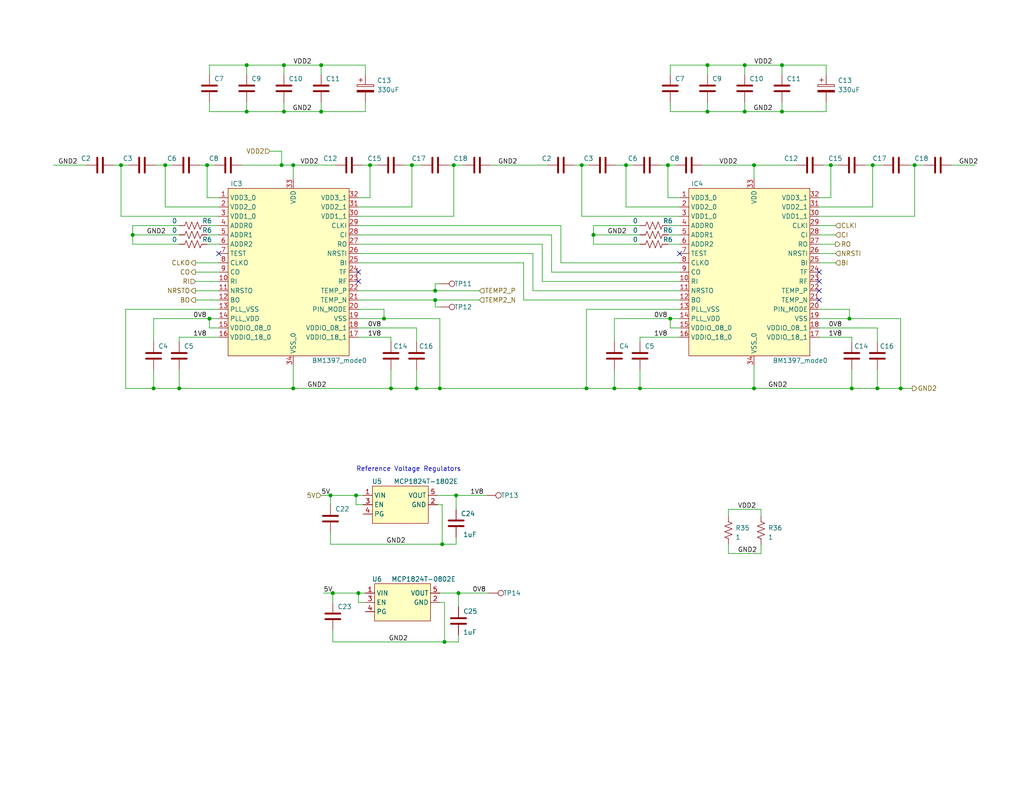
<source format=kicad_sch>
(kicad_sch (version 20230121) (generator eeschema)
  (paper "A")
  (lib_symbols
    (symbol "Bitaxe:BM1397_mode0"
      (property "Reference" "IC" (at -17.78 17.78 0))
      (property "Value" "BM1397_mode0" (at -17.78 -30.48 0))
      (symbol "BM1397_mode0_1_0"
        (pin bidirectional line (at -20.32 15.24 0) (length 2.54) (name "VDD3_0") (number "1"))
        (pin bidirectional line (at -20.32 -7.62 0) (length 2.54) (name "RI") (number "10"))
        (pin bidirectional line (at -20.32 -10.16 0) (length 2.54) (name "NRSTO") (number "11"))
        (pin bidirectional line (at -20.32 -12.7 0) (length 2.54) (name "BO") (number "12"))
        (pin bidirectional line (at -20.32 -15.24 0) (length 2.54) (name "PLL_VSS") (number "13"))
        (pin bidirectional line (at -20.32 -17.78 0) (length 2.54) (name "PLL_VDD") (number "14"))
        (pin bidirectional line (at -20.32 -20.32 0) (length 2.54) (name "VDDIO_08_0") (number "15"))
        (pin bidirectional line (at -20.32 -22.86 0) (length 2.54) (name "VDDIO_18_0") (number "16"))
        (pin bidirectional line (at 17.78 -22.86 180) (length 2.54) (name "VDDIO_18_1") (number "17"))
        (pin bidirectional line (at 17.78 -20.32 180) (length 2.54) (name "VDDIO_08_1") (number "18"))
        (pin bidirectional line (at 17.78 -17.78 180) (length 2.54) (name "VSS") (number "19"))
        (pin bidirectional line (at -20.32 12.7 0) (length 2.54) (name "VDD2_0") (number "2"))
        (pin bidirectional line (at 17.78 -15.24 180) (length 2.54) (name "PIN_MODE") (number "20"))
        (pin bidirectional line (at 17.78 -12.7 180) (length 2.54) (name "TEMP_N") (number "21"))
        (pin bidirectional line (at 17.78 -10.16 180) (length 2.54) (name "TEMP_P") (number "22"))
        (pin bidirectional line (at 17.78 -7.62 180) (length 2.54) (name "RF") (number "23"))
        (pin bidirectional line (at 17.78 -5.08 180) (length 2.54) (name "TF") (number "24"))
        (pin bidirectional line (at 17.78 -2.54 180) (length 2.54) (name "BI") (number "25"))
        (pin bidirectional line (at 17.78 0 180) (length 2.54) (name "NRSTI") (number "26"))
        (pin bidirectional line (at 17.78 2.54 180) (length 2.54) (name "RO") (number "27"))
        (pin bidirectional line (at 17.78 5.08 180) (length 2.54) (name "CI") (number "28"))
        (pin bidirectional line (at 17.78 7.62 180) (length 2.54) (name "CLKI") (number "29"))
        (pin bidirectional line (at -20.32 10.16 0) (length 2.54) (name "VDD1_0") (number "3"))
        (pin bidirectional line (at 17.78 10.16 180) (length 2.54) (name "VDD1_1") (number "30"))
        (pin bidirectional line (at 17.78 12.7 180) (length 2.54) (name "VDD2_1") (number "31"))
        (pin bidirectional line (at 17.78 15.24 180) (length 2.54) (name "VDD3_1") (number "32"))
        (pin bidirectional line (at 0 20.32 270) (length 2.54) (name "VDD") (number "33"))
        (pin bidirectional line (at 0 -30.48 90) (length 2.54) (name "VSS_0") (number "34"))
        (pin bidirectional line (at -20.32 7.62 0) (length 2.54) (name "ADDR0") (number "4"))
        (pin bidirectional line (at -20.32 5.08 0) (length 2.54) (name "ADDR1") (number "5"))
        (pin bidirectional line (at -20.32 2.54 0) (length 2.54) (name "ADDR2") (number "6"))
        (pin bidirectional line (at -20.32 0 0) (length 2.54) (name "TEST") (number "7"))
        (pin bidirectional line (at -20.32 -2.54 0) (length 2.54) (name "CLKO") (number "8"))
        (pin bidirectional line (at -20.32 -5.08 0) (length 2.54) (name "CO") (number "9"))
      )
      (symbol "BM1397_mode0_1_1"
        (rectangle (start -17.78 17.78) (end 15.24 -27.94) (stroke (width 0.1524)) (fill (type background)))
      )
    )
    (symbol "Connector:TestPoint" (pin_numbers hide) (pin_names (offset 0.762) hide)
      (property "Reference" "TP" (at 0 6.858 0))
      (property "Value" "TestPoint" (at 0 5.08 0))
      (symbol "TestPoint_0_1"
        (circle (center 0 3.302) (radius 0.762))
      )
      (symbol "TestPoint_1_1"
        (pin passive line (at 0 0 90) (length 2.54) (name "1") (number "1"))
      )
    )
    (symbol "Device:C" (pin_numbers hide) (pin_names (offset 0.254))
      (property "Reference" "C" (at 0.635 2.54 0))
      (property "Value" "C" (at 0.635 -2.54 0))
      (symbol "C_0_1"
        (polyline (pts (xy -2.032 -0.762) (xy 2.032 -0.762)) (stroke (width 0.508)))
        (polyline (pts (xy -2.032 0.762) (xy 2.032 0.762)) (stroke (width 0.508)))
      )
      (symbol "C_1_1"
        (pin passive line (at 0 3.81 270) (length 2.794) (name "~") (number "1"))
        (pin passive line (at 0 -3.81 90) (length 2.794) (name "~") (number "2"))
      )
    )
    (symbol "Device:C_Polarized" (pin_numbers hide) (pin_names (offset 0.254))
      (property "Reference" "C" (at 0.635 2.54 0))
      (property "Value" "C_Polarized" (at 0.635 -2.54 0))
      (symbol "C_Polarized_0_1"
        (rectangle (start -2.286 0.508) (end 2.286 1.016))
        (polyline (pts (xy -1.778 2.286) (xy -0.762 2.286)))
        (polyline (pts (xy -1.27 2.794) (xy -1.27 1.778)))
        (rectangle (start 2.286 -0.508) (end -2.286 -1.016) (fill (type outline)))
      )
      (symbol "C_Polarized_1_1"
        (pin passive line (at 0 3.81 270) (length 2.794) (name "~") (number "1"))
        (pin passive line (at 0 -3.81 90) (length 2.794) (name "~") (number "2"))
      )
    )
    (symbol "Device:R_US" (pin_numbers hide) (pin_names (offset 0))
      (property "Reference" "R" (at 2.54 0 90))
      (property "Value" "R_US" (at -2.54 0 90))
      (symbol "R_US_0_1"
        (polyline (pts (xy 0 -2.286) (xy 0 -2.54)))
        (polyline (pts (xy 0 2.286) (xy 0 2.54)))
        (polyline (pts (xy 0 -0.762) (xy 1.016 -1.143) (xy 0 -1.524) (xy -1.016 -1.905) (xy 0 -2.286)))
        (polyline (pts (xy 0 0.762) (xy 1.016 0.381) (xy 0 0) (xy -1.016 -0.381) (xy 0 -0.762)))
        (polyline (pts (xy 0 2.286) (xy 1.016 1.905) (xy 0 1.524) (xy -1.016 1.143) (xy 0 0.762)))
      )
      (symbol "R_US_1_1"
        (pin passive line (at 0 3.81 270) (length 1.27) (name "~") (number "1"))
        (pin passive line (at 0 -3.81 90) (length 1.27) (name "~") (number "2"))
      )
    )
    (symbol "MCP1824_1"
      (property "Reference" "U" (at -7.62 5.08 0))
      (property "Value" "MCP1824_1" (at 5.08 5.08 0))
      (symbol "MCP1824_1_0_1"
        (rectangle (start -7.62 3.81) (end 7.62 -6.35) (stroke (width 0.1524)) (fill (type background)))
      )
      (symbol "MCP1824_1_1_0"
        (pin bidirectional line (at -10.16 1.27 0) (length 2.54) (name "VIN") (number "1"))
        (pin bidirectional line (at 10.16 -1.27 180) (length 2.54) (name "GND") (number "2"))
        (pin bidirectional line (at -10.16 -1.27 0) (length 2.54) (name "EN") (number "3"))
        (pin bidirectional line (at -10.16 -3.81 0) (length 2.54) (name "PG") (number "4"))
        (pin bidirectional line (at 10.16 1.27 180) (length 2.54) (name "VOUT") (number "5"))
      )
    )
    (symbol "bitaxe:MCP1824"
      (property "Reference" "U" (at -7.62 5.08 0))
      (property "Value" "MCP1824" (at 5.08 5.08 0))
      (symbol "MCP1824_0_1"
        (rectangle (start -7.62 3.81) (end 7.62 -6.35) (stroke (width 0.1524)) (fill (type background)))
      )
      (symbol "MCP1824_1_0"
        (pin bidirectional line (at -10.16 1.27 0) (length 2.54) (name "VIN") (number "1"))
        (pin bidirectional line (at 10.16 -1.27 180) (length 2.54) (name "GND") (number "2"))
        (pin bidirectional line (at -10.16 -1.27 0) (length 2.54) (name "EN") (number "3"))
        (pin bidirectional line (at -10.16 -3.81 0) (length 2.54) (name "PG") (number "4"))
        (pin bidirectional line (at 10.16 1.27 180) (length 2.54) (name "VOUT") (number "5"))
      )
    )
  )
  (junction (at 76.835 45.085))
  (junction (at 193.04 30.48) (diameter 0.9144))
  (junction (at 90.17 135.255) (diameter 0.9144))
  (junction (at 205.74 106.045))
  (junction (at 161.925 64.135))
  (junction (at 41.91 106.045))
  (junction (at 113.665 106.045))
  (junction (at 120.015 106.045))
  (junction (at 123.825 45.085))
  (junction (at 170.815 45.085))
  (junction (at 90.805 161.925) (diameter 0.9144))
  (junction (at 118.745 79.375))
  (junction (at 48.895 106.045))
  (junction (at 120.65 148.59) (diameter 0.9144))
  (junction (at 158.75 45.085))
  (junction (at 238.125 45.085))
  (junction (at 160.02 106.045))
  (junction (at 57.15 86.995))
  (junction (at 36.195 64.135))
  (junction (at 87.63 17.78))
  (junction (at 203.2 17.78) (diameter 0.9144))
  (junction (at 45.085 45.085))
  (junction (at 56.515 45.085))
  (junction (at 87.63 30.48))
  (junction (at 33.02 45.085))
  (junction (at 213.36 30.48))
  (junction (at 100.965 45.085))
  (junction (at 97.79 161.925))
  (junction (at 167.64 106.045))
  (junction (at 249.555 45.085))
  (junction (at 231.775 86.995))
  (junction (at 80.01 45.085))
  (junction (at 67.31 30.48) (diameter 0.9144))
  (junction (at 97.155 135.255))
  (junction (at 205.74 45.085))
  (junction (at 125.095 161.925) (diameter 0.9144))
  (junction (at 239.395 106.045))
  (junction (at 124.46 135.255) (diameter 0.9144))
  (junction (at 245.745 106.045))
  (junction (at 193.04 17.78) (diameter 0.9144))
  (junction (at 182.245 45.085))
  (junction (at 67.31 17.78) (diameter 0.9144))
  (junction (at 106.68 106.045))
  (junction (at 121.285 175.26) (diameter 0.9144))
  (junction (at 232.41 106.045))
  (junction (at 104.775 86.995))
  (junction (at 80.01 106.045))
  (junction (at 203.2 30.48) (diameter 0.9144))
  (junction (at 77.47 30.48) (diameter 0.9144))
  (junction (at 174.625 106.045))
  (junction (at 118.745 81.915))
  (junction (at 213.36 17.78))
  (junction (at 226.695 45.085))
  (junction (at 112.395 45.085))
  (junction (at 77.47 17.78) (diameter 0.9144))
  (junction (at 182.88 86.995))
  (no_connect (at 223.52 74.295))
  (no_connect (at 59.69 69.215))
  (no_connect (at 185.42 69.215))
  (no_connect (at 223.52 81.915))
  (no_connect (at 223.52 76.835))
  (no_connect (at 97.79 74.295))
  (no_connect (at 97.79 76.835))
  (no_connect (at 223.52 79.375))
  (wire (pts (xy 77.47 20.32) (xy 77.47 17.78)))
  (wire (pts (xy 198.755 151.13) (xy 198.755 148.59)))
  (wire (pts (xy 223.52 56.515) (xy 238.125 56.515)))
  (wire (pts (xy 90.17 145.415) (xy 90.17 148.59)))
  (wire (pts (xy 97.79 66.675) (xy 147.955 66.675)))
  (wire (pts (xy 66.04 45.085) (xy 76.835 45.085)))
  (wire (pts (xy 120.015 77.47) (xy 118.745 77.47)))
  (wire (pts (xy 207.645 151.13) (xy 198.755 151.13)))
  (wire (pts (xy 123.825 45.085) (xy 126.365 45.085)))
  (wire (pts (xy 121.285 164.465) (xy 121.285 175.26)))
  (wire (pts (xy 125.095 175.26) (xy 121.285 175.26)))
  (wire (pts (xy 249.555 45.085) (xy 252.095 45.085)))
  (wire (pts (xy 170.815 56.515) (xy 170.815 45.085)))
  (wire (pts (xy 223.52 71.755) (xy 227.965 71.755)))
  (wire (pts (xy 67.31 30.48) (xy 77.47 30.48)))
  (wire (pts (xy 97.155 135.255) (xy 99.06 135.255)))
  (wire (pts (xy 77.47 27.94) (xy 77.47 30.48)))
  (wire (pts (xy 182.245 64.135) (xy 185.42 64.135)))
  (wire (pts (xy 245.745 86.995) (xy 231.775 86.995)))
  (wire (pts (xy 91.44 45.085) (xy 80.01 45.085)))
  (wire (pts (xy 77.47 17.78) (xy 87.63 17.78)))
  (wire (pts (xy 238.125 56.515) (xy 238.125 45.085)))
  (wire (pts (xy 213.36 30.48) (xy 225.425 30.48)))
  (wire (pts (xy 41.91 100.965) (xy 41.91 106.045)))
  (wire (pts (xy 87.63 135.255) (xy 90.17 135.255)))
  (wire (pts (xy 124.46 135.255) (xy 124.46 139.065)))
  (wire (pts (xy 231.775 84.455) (xy 231.775 86.995)))
  (wire (pts (xy 223.52 92.075) (xy 232.41 92.075)))
  (wire (pts (xy 223.52 69.215) (xy 227.965 69.215)))
  (wire (pts (xy 120.015 106.045) (xy 160.02 106.045)))
  (wire (pts (xy 119.38 135.255) (xy 124.46 135.255)))
  (wire (pts (xy 87.63 30.48) (xy 99.695 30.48)))
  (wire (pts (xy 121.285 175.26) (xy 90.805 175.26)))
  (wire (pts (xy 118.745 83.82) (xy 118.745 81.915)))
  (wire (pts (xy 193.04 30.48) (xy 203.2 30.48)))
  (wire (pts (xy 223.52 89.535) (xy 239.395 89.535)))
  (wire (pts (xy 53.34 71.755) (xy 59.69 71.755)))
  (wire (pts (xy 238.125 45.085) (xy 240.665 45.085)))
  (wire (pts (xy 167.64 106.045) (xy 174.625 106.045)))
  (wire (pts (xy 232.41 92.075) (xy 232.41 93.345)))
  (wire (pts (xy 48.895 100.965) (xy 48.895 106.045)))
  (wire (pts (xy 97.79 71.755) (xy 142.875 71.755)))
  (wire (pts (xy 80.01 106.045) (xy 80.01 99.695)))
  (wire (pts (xy 45.085 45.085) (xy 46.99 45.085)))
  (wire (pts (xy 160.02 106.045) (xy 167.64 106.045)))
  (wire (pts (xy 42.545 45.085) (xy 45.085 45.085)))
  (wire (pts (xy 124.46 148.59) (xy 120.65 148.59)))
  (wire (pts (xy 182.245 45.085) (xy 184.15 45.085)))
  (wire (pts (xy 113.665 100.965) (xy 113.665 106.045)))
  (wire (pts (xy 100.965 45.085) (xy 102.87 45.085)))
  (wire (pts (xy 54.61 45.085) (xy 56.515 45.085)))
  (wire (pts (xy 56.515 45.085) (xy 56.515 53.975)))
  (wire (pts (xy 97.79 59.055) (xy 123.825 59.055)))
  (wire (pts (xy 223.52 84.455) (xy 231.775 84.455)))
  (wire (pts (xy 223.52 66.675) (xy 227.965 66.675)))
  (wire (pts (xy 249.555 59.055) (xy 249.555 45.085)))
  (wire (pts (xy 231.775 86.995) (xy 223.52 86.995)))
  (wire (pts (xy 99.695 27.94) (xy 99.695 30.48)))
  (wire (pts (xy 213.36 17.78) (xy 225.425 17.78)))
  (wire (pts (xy 14.605 45.085) (xy 23.495 45.085)))
  (wire (pts (xy 112.395 45.085) (xy 114.935 45.085)))
  (wire (pts (xy 223.52 53.975) (xy 226.695 53.975)))
  (wire (pts (xy 97.155 137.795) (xy 97.155 135.255)))
  (wire (pts (xy 167.64 93.345) (xy 167.64 86.995)))
  (wire (pts (xy 207.645 148.59) (xy 207.645 151.13)))
  (wire (pts (xy 182.88 27.94) (xy 182.88 30.48)))
  (wire (pts (xy 59.69 53.975) (xy 56.515 53.975)))
  (wire (pts (xy 160.02 84.455) (xy 160.02 106.045)))
  (wire (pts (xy 158.75 45.085) (xy 160.655 45.085)))
  (wire (pts (xy 97.79 164.465) (xy 99.695 164.465)))
  (wire (pts (xy 191.77 45.085) (xy 205.74 45.085)))
  (wire (pts (xy 147.955 76.835) (xy 147.955 66.675)))
  (wire (pts (xy 213.36 27.94) (xy 213.36 30.48)))
  (wire (pts (xy 182.88 86.995) (xy 185.42 86.995)))
  (wire (pts (xy 97.155 137.795) (xy 99.06 137.795)))
  (wire (pts (xy 205.74 106.045) (xy 205.74 99.695)))
  (wire (pts (xy 87.63 27.94) (xy 87.63 30.48)))
  (wire (pts (xy 67.31 17.78) (xy 77.47 17.78)))
  (wire (pts (xy 110.49 45.085) (xy 112.395 45.085)))
  (wire (pts (xy 207.645 139.065) (xy 207.645 140.97)))
  (wire (pts (xy 67.31 27.94) (xy 67.31 30.48)))
  (wire (pts (xy 53.34 79.375) (xy 59.69 79.375)))
  (wire (pts (xy 124.46 146.685) (xy 124.46 148.59)))
  (wire (pts (xy 36.195 64.135) (xy 36.195 66.675)))
  (wire (pts (xy 161.925 66.675) (xy 174.625 66.675)))
  (wire (pts (xy 120.015 106.045) (xy 120.015 86.995)))
  (wire (pts (xy 99.695 20.32) (xy 99.695 17.78)))
  (wire (pts (xy 245.745 106.045) (xy 248.92 106.045)))
  (wire (pts (xy 112.395 56.515) (xy 112.395 45.085)))
  (wire (pts (xy 100.965 53.975) (xy 100.965 45.085)))
  (wire (pts (xy 180.34 45.085) (xy 182.245 45.085)))
  (wire (pts (xy 185.42 79.375) (xy 145.415 79.375)))
  (wire (pts (xy 67.31 20.32) (xy 67.31 17.78)))
  (wire (pts (xy 113.665 89.535) (xy 113.665 93.345)))
  (wire (pts (xy 225.425 20.32) (xy 225.425 17.78)))
  (wire (pts (xy 36.195 66.675) (xy 48.895 66.675)))
  (wire (pts (xy 57.15 27.94) (xy 57.15 30.48)))
  (wire (pts (xy 174.625 61.595) (xy 161.925 61.595)))
  (wire (pts (xy 185.42 56.515) (xy 170.815 56.515)))
  (wire (pts (xy 45.085 56.515) (xy 45.085 45.085)))
  (wire (pts (xy 122.555 45.085) (xy 123.825 45.085)))
  (wire (pts (xy 53.34 74.295) (xy 59.69 74.295)))
  (wire (pts (xy 118.745 79.375) (xy 130.81 79.375)))
  (wire (pts (xy 41.91 106.045) (xy 48.895 106.045)))
  (wire (pts (xy 223.52 64.135) (xy 227.965 64.135)))
  (wire (pts (xy 97.79 164.465) (xy 97.79 161.925)))
  (wire (pts (xy 158.75 59.055) (xy 158.75 45.085)))
  (wire (pts (xy 48.895 93.345) (xy 48.895 92.075)))
  (wire (pts (xy 182.245 45.085) (xy 182.245 53.975)))
  (wire (pts (xy 133.985 45.085) (xy 149.225 45.085)))
  (wire (pts (xy 182.245 61.595) (xy 185.42 61.595)))
  (wire (pts (xy 99.06 45.085) (xy 100.965 45.085)))
  (wire (pts (xy 97.79 56.515) (xy 112.395 56.515)))
  (wire (pts (xy 90.17 148.59) (xy 120.65 148.59)))
  (wire (pts (xy 142.875 81.915) (xy 185.42 81.915)))
  (wire (pts (xy 34.29 84.455) (xy 34.29 106.045)))
  (wire (pts (xy 48.895 106.045) (xy 80.01 106.045)))
  (wire (pts (xy 67.31 30.48) (xy 57.15 30.48)))
  (wire (pts (xy 193.04 27.94) (xy 193.04 30.48)))
  (wire (pts (xy 239.395 100.965) (xy 239.395 106.045)))
  (wire (pts (xy 120.65 137.795) (xy 119.38 137.795)))
  (wire (pts (xy 223.52 59.055) (xy 249.555 59.055)))
  (wire (pts (xy 97.79 53.975) (xy 100.965 53.975)))
  (wire (pts (xy 36.195 64.135) (xy 48.895 64.135)))
  (wire (pts (xy 41.91 93.345) (xy 41.91 86.995)))
  (wire (pts (xy 56.515 64.135) (xy 59.69 64.135)))
  (wire (pts (xy 203.2 20.32) (xy 203.2 17.78)))
  (wire (pts (xy 182.88 17.78) (xy 193.04 17.78)))
  (wire (pts (xy 203.2 17.78) (xy 213.36 17.78)))
  (wire (pts (xy 170.815 45.085) (xy 172.72 45.085)))
  (wire (pts (xy 104.775 84.455) (xy 104.775 86.995)))
  (wire (pts (xy 87.63 30.48) (xy 77.47 30.48)))
  (wire (pts (xy 90.17 135.255) (xy 97.155 135.255)))
  (wire (pts (xy 90.17 135.255) (xy 90.17 137.795)))
  (wire (pts (xy 87.63 20.32) (xy 87.63 17.78)))
  (wire (pts (xy 73.66 41.275) (xy 76.835 41.275)))
  (wire (pts (xy 185.42 89.535) (xy 182.88 89.535)))
  (wire (pts (xy 33.02 45.085) (xy 34.925 45.085)))
  (wire (pts (xy 232.41 100.965) (xy 232.41 106.045)))
  (wire (pts (xy 161.925 64.135) (xy 161.925 66.675)))
  (wire (pts (xy 48.895 61.595) (xy 36.195 61.595)))
  (wire (pts (xy 57.15 86.995) (xy 59.69 86.995)))
  (wire (pts (xy 97.79 64.135) (xy 150.495 64.135)))
  (wire (pts (xy 150.495 74.295) (xy 150.495 64.135)))
  (wire (pts (xy 123.825 59.055) (xy 123.825 45.085)))
  (wire (pts (xy 182.88 20.32) (xy 182.88 17.78)))
  (wire (pts (xy 56.515 45.085) (xy 58.42 45.085)))
  (wire (pts (xy 120.65 137.795) (xy 120.65 148.59)))
  (wire (pts (xy 239.395 106.045) (xy 245.745 106.045)))
  (wire (pts (xy 174.625 93.345) (xy 174.625 92.075)))
  (wire (pts (xy 193.04 20.32) (xy 193.04 17.78)))
  (wire (pts (xy 174.625 100.965) (xy 174.625 106.045)))
  (wire (pts (xy 124.46 135.255) (xy 132.715 135.255)))
  (wire (pts (xy 168.275 45.085) (xy 170.815 45.085)))
  (wire (pts (xy 213.36 20.32) (xy 213.36 17.78)))
  (wire (pts (xy 90.805 161.925) (xy 90.805 164.465)))
  (wire (pts (xy 97.79 81.915) (xy 118.745 81.915)))
  (wire (pts (xy 34.29 84.455) (xy 59.69 84.455)))
  (wire (pts (xy 80.01 106.045) (xy 106.68 106.045)))
  (wire (pts (xy 185.42 71.755) (xy 153.035 71.755)))
  (wire (pts (xy 48.895 92.075) (xy 59.69 92.075)))
  (wire (pts (xy 41.91 86.995) (xy 57.15 86.995)))
  (wire (pts (xy 57.15 20.32) (xy 57.15 17.78)))
  (wire (pts (xy 185.42 76.835) (xy 147.955 76.835)))
  (wire (pts (xy 76.835 45.085) (xy 80.01 45.085)))
  (wire (pts (xy 118.745 81.915) (xy 130.81 81.915)))
  (wire (pts (xy 34.29 106.045) (xy 41.91 106.045)))
  (wire (pts (xy 193.04 17.78) (xy 203.2 17.78)))
  (wire (pts (xy 59.69 56.515) (xy 45.085 56.515)))
  (wire (pts (xy 57.15 89.535) (xy 57.15 86.995)))
  (wire (pts (xy 224.79 45.085) (xy 226.695 45.085)))
  (wire (pts (xy 56.515 66.675) (xy 59.69 66.675)))
  (wire (pts (xy 236.22 45.085) (xy 238.125 45.085)))
  (wire (pts (xy 232.41 106.045) (xy 239.395 106.045)))
  (wire (pts (xy 59.69 89.535) (xy 57.15 89.535)))
  (wire (pts (xy 161.925 64.135) (xy 174.625 64.135)))
  (wire (pts (xy 205.74 45.085) (xy 205.74 48.895)))
  (wire (pts (xy 104.775 86.995) (xy 97.79 86.995)))
  (wire (pts (xy 217.17 45.085) (xy 205.74 45.085)))
  (wire (pts (xy 106.68 92.075) (xy 106.68 93.345)))
  (wire (pts (xy 120.015 83.82) (xy 118.745 83.82)))
  (wire (pts (xy 198.755 139.065) (xy 207.645 139.065)))
  (wire (pts (xy 185.42 59.055) (xy 158.75 59.055)))
  (wire (pts (xy 88.265 161.925) (xy 90.805 161.925)))
  (wire (pts (xy 193.04 30.48) (xy 182.88 30.48)))
  (wire (pts (xy 213.36 30.48) (xy 203.2 30.48)))
  (wire (pts (xy 145.415 79.375) (xy 145.415 69.215)))
  (wire (pts (xy 182.88 89.535) (xy 182.88 86.995)))
  (wire (pts (xy 97.79 69.215) (xy 145.415 69.215)))
  (wire (pts (xy 248.285 45.085) (xy 249.555 45.085)))
  (wire (pts (xy 125.095 161.925) (xy 133.35 161.925)))
  (wire (pts (xy 106.68 106.045) (xy 113.665 106.045)))
  (wire (pts (xy 97.79 89.535) (xy 113.665 89.535)))
  (wire (pts (xy 59.69 59.055) (xy 33.02 59.055)))
  (wire (pts (xy 53.34 81.915) (xy 59.69 81.915)))
  (wire (pts (xy 80.01 45.085) (xy 80.01 48.895)))
  (wire (pts (xy 167.64 100.965) (xy 167.64 106.045)))
  (wire (pts (xy 174.625 92.075) (xy 185.42 92.075)))
  (wire (pts (xy 226.695 53.975) (xy 226.695 45.085)))
  (wire (pts (xy 203.2 27.94) (xy 203.2 30.48)))
  (wire (pts (xy 90.805 172.085) (xy 90.805 175.26)))
  (wire (pts (xy 97.79 161.925) (xy 99.695 161.925)))
  (wire (pts (xy 97.79 61.595) (xy 153.035 61.595)))
  (wire (pts (xy 185.42 74.295) (xy 150.495 74.295)))
  (wire (pts (xy 125.095 161.925) (xy 125.095 165.735)))
  (wire (pts (xy 153.035 71.755) (xy 153.035 61.595)))
  (wire (pts (xy 205.74 106.045) (xy 232.41 106.045)))
  (wire (pts (xy 160.02 84.455) (xy 185.42 84.455)))
  (wire (pts (xy 56.515 61.595) (xy 59.69 61.595)))
  (wire (pts (xy 97.79 92.075) (xy 106.68 92.075)))
  (wire (pts (xy 113.665 106.045) (xy 120.015 106.045)))
  (wire (pts (xy 121.285 164.465) (xy 120.015 164.465)))
  (wire (pts (xy 259.715 45.085) (xy 266.065 45.085)))
  (wire (pts (xy 174.625 106.045) (xy 205.74 106.045)))
  (wire (pts (xy 106.68 100.965) (xy 106.68 106.045)))
  (wire (pts (xy 87.63 17.78) (xy 99.695 17.78)))
  (wire (pts (xy 97.79 79.375) (xy 118.745 79.375)))
  (wire (pts (xy 156.845 45.085) (xy 158.75 45.085)))
  (wire (pts (xy 142.875 81.915) (xy 142.875 71.755)))
  (wire (pts (xy 57.15 17.78) (xy 67.31 17.78)))
  (wire (pts (xy 118.745 77.47) (xy 118.745 79.375)))
  (wire (pts (xy 198.755 140.97) (xy 198.755 139.065)))
  (wire (pts (xy 125.095 173.355) (xy 125.095 175.26)))
  (wire (pts (xy 161.925 61.595) (xy 161.925 64.135)))
  (wire (pts (xy 31.115 45.085) (xy 33.02 45.085)))
  (wire (pts (xy 245.745 106.045) (xy 245.745 86.995)))
  (wire (pts (xy 185.42 53.975) (xy 182.245 53.975)))
  (wire (pts (xy 226.695 45.085) (xy 228.6 45.085)))
  (wire (pts (xy 239.395 89.535) (xy 239.395 93.345)))
  (wire (pts (xy 120.015 86.995) (xy 104.775 86.995)))
  (wire (pts (xy 90.805 161.925) (xy 97.79 161.925)))
  (wire (pts (xy 167.64 86.995) (xy 182.88 86.995)))
  (wire (pts (xy 53.34 76.835) (xy 59.69 76.835)))
  (wire (pts (xy 33.02 59.055) (xy 33.02 45.085)))
  (wire (pts (xy 97.79 84.455) (xy 104.775 84.455)))
  (wire (pts (xy 36.195 61.595) (xy 36.195 64.135)))
  (wire (pts (xy 223.52 61.595) (xy 227.965 61.595)))
  (wire (pts (xy 76.835 41.275) (xy 76.835 45.085)))
  (wire (pts (xy 120.015 161.925) (xy 125.095 161.925)))
  (wire (pts (xy 225.425 27.94) (xy 225.425 30.48)))
  (wire (pts (xy 182.245 66.675) (xy 185.42 66.675)))
  (text "Reference Voltage Regulators" (at 97.155 128.905 0) (effects (font (size 1.27 1.27)) (justify left bottom)))
  (label "GND2" (at 135.89 45.085 0))
  (label "1V8" (at 178.435 92.075 0))
  (label "5V" (at 88.265 161.925 0))
  (label "VDD2" (at 80.01 17.78 0))
  (label "0V8" (at 100.33 89.535 0))
  (label "1V8" (at 52.705 92.075 0))
  (label "GND2" (at 15.875 45.085 0))
  (label "GND2" (at 83.82 106.045 0))
  (label "GND2" (at 261.62 45.085 0))
  (label "VDD2" (at 205.74 17.78 0))
  (label "0V8" (at 226.06 89.535 0))
  (label "GND2" (at 105.41 148.59 0))
  (label "0V8" (at 52.705 86.995 0))
  (label "0V8" (at 128.905 161.925 0))
  (label "GND2" (at 209.55 106.045 0))
  (label "GND2" (at 165.735 64.135 0))
  (label "1V8" (at 128.27 135.255 0))
  (label "GND2" (at 40.005 64.135 0))
  (label "VDD2" (at 196.215 45.085 0))
  (label "0V8" (at 178.435 86.995 0))
  (label "5V" (at 87.63 135.255 0))
  (label "1V8" (at 226.06 92.075 0))
  (label "VDD2" (at 201.295 139.065 0))
  (label "GND2" (at 201.295 151.13 0))
  (label "GND2" (at 106.045 175.26 0))
  (label "1V8" (at 100.33 92.075 0))
  (label "VDD2" (at 81.915 45.085 0))
  (label "GND2" (at 85.09 30.48 180))
  (label "GND2" (at 210.82 30.48 180))
  (hierarchical_label "5V" (shape input) (at 87.63 135.255 180))
  (hierarchical_label "CLKI" (shape input) (at 227.965 61.595 0))
  (hierarchical_label "VDD2" (shape input) (at 73.66 41.275 180))
  (hierarchical_label "RI" (shape input) (at 53.34 76.835 180))
  (hierarchical_label "GND2" (shape output) (at 248.92 106.045 0))
  (hierarchical_label "CLKO" (shape output) (at 53.34 71.755 180))
  (hierarchical_label "RO" (shape output) (at 227.965 66.675 0))
  (hierarchical_label "NRSTI" (shape input) (at 227.965 69.215 0))
  (hierarchical_label "TEMP2_P" (shape input) (at 130.81 79.375 0))
  (hierarchical_label "CO" (shape output) (at 53.34 74.295 180))
  (hierarchical_label "TEMP2_N" (shape input) (at 130.81 81.915 0))
  (hierarchical_label "NRSTO" (shape output) (at 53.34 79.375 180))
  (hierarchical_label "CI" (shape input) (at 227.965 64.135 0))
  (hierarchical_label "BI" (shape input) (at 227.965 71.755 0))
  (hierarchical_label "BO" (shape output) (at 53.34 81.915 180))
  (symbol (lib_id "Device:R_US") (at 52.705 66.675 90) (unit 1)
    (property "Reference" "R6" (at 56.515 65.405 90))
    (property "Value" "0" (at 47.625 65.405 90))
    (property "Footprint" "Resistor_SMD:R_0402_1005Metric" (effects hide))
  )
  (symbol (lib_id "Connector:TestPoint") (at 132.715 135.255 270) (mirror x) (unit 1) (in_bom no)
    (property "Reference" "TP13" (at 139.065 135.255 90))
    (property "Value" "TestPoint" (effects hide))
    (property "Footprint" "TestPoint:TestPoint_Pad_D1.5mm" (effects hide))
  )
  (symbol (lib_id "Device:C") (at 176.53 45.085 90) (unit 1)
    (property "Reference" "C6" (at 173.99 42.545 90) (effects (justify left bottom)))
    (property "Value" "1uF" (at 175.26 45.72 90) (effects (justify left bottom)))
    (property "Footprint" "Capacitor_SMD:C_0402_1005Metric" (effects hide))
    (property "Value" "587-5514-1-ND" (effects hide))
    (property "DK" "587-5514-1-ND" (effects hide))
    (property "PARTNO" "EMK105BJ105MV-F" (effects hide))
  )
  (symbol (lib_id "Device:C") (at 174.625 97.155 0) (unit 1)
    (property "Reference" "C5" (at 175.895 95.25 0) (effects (justify left bottom)))
    (property "Value" "1uF" (at 175.895 100.965 0) (effects (justify left bottom)))
    (property "Footprint" "Capacitor_SMD:C_0402_1005Metric" (effects hide))
    (property "Value" "587-5514-1-ND" (effects hide))
    (property "DK" "587-5514-1-ND" (effects hide))
    (property "PARTNO" "EMK105BJ105MV-F" (effects hide))
  )
  (symbol (lib_id "Device:C") (at 50.8 45.085 90) (unit 1)
    (property "Reference" "C6" (at 48.26 42.545 90) (effects (justify left bottom)))
    (property "Value" "1uF" (at 49.53 45.72 90) (effects (justify left bottom)))
    (property "Footprint" "Capacitor_SMD:C_0402_1005Metric" (effects hide))
    (property "Value" "587-5514-1-ND" (effects hide))
    (property "DK" "587-5514-1-ND" (effects hide))
    (property "PARTNO" "EMK105BJ105MV-F" (effects hide))
  )
  (symbol (lib_id "Device:C_Polarized") (at 225.425 24.13 0) (unit 1)
    (property "Reference" "C13" (at 228.6 21.9709 0) (effects (justify left)))
    (property "Value" "330uF" (at 228.6 24.5109 0) (effects (justify left)))
    (property "Footprint" "Capacitor_Tantalum_SMD:CP_EIA-7343-31_Kemet-D_Pad2.25x2.55mm_HandSolder" (effects hide))
    (property "DK" "718-1028-1-ND" (effects hide))
    (property "PARTNO" "293D337X9010E2TE3" (effects hide))
  )
  (symbol (lib_id "Device:C") (at 90.17 141.605 0) (unit 1)
    (property "Reference" "C22" (at 91.44 139.7 0) (effects (justify left bottom)))
    (property "Value" "0.1uF" (at 91.44 145.415 0) (effects (justify left bottom)))
    (property "Footprint" "Capacitor_SMD:C_0402_1005Metric" (effects hide))
    (property "Value" "311-3342-1-ND" (effects hide))
    (property "DK" "1292-1639-1-ND" (effects hide))
    (property "PARTNO" "0402X104K100CT" (effects hide))
  )
  (symbol (lib_id "Device:C_Polarized") (at 99.695 24.13 0) (unit 1)
    (property "Reference" "C13" (at 102.87 21.9709 0) (effects (justify left)))
    (property "Value" "330uF" (at 102.87 24.5109 0) (effects (justify left)))
    (property "Footprint" "Capacitor_Tantalum_SMD:CP_EIA-7343-31_Kemet-D_Pad2.25x2.55mm_HandSolder" (effects hide))
    (property "DK" "718-1028-1-ND" (effects hide))
    (property "PARTNO" "293D337X9010E2TE3" (effects hide))
  )
  (symbol (lib_id "bitaxe:MCP1824") (at 109.22 136.525 0) (unit 1)
    (property "Reference" "U5" (at 102.87 131.445 0))
    (property "Value" "MCP1824T-1802E" (at 116.205 131.445 0))
    (property "Footprint" "Package_TO_SOT_SMD:SOT-23-5" (effects hide))
    (property "Datasheet" "https://ww1.microchip.com/downloads/en/DeviceDoc/22070a.pdf" (effects hide))
    (property "PARTNO" "MCP1824T-1802E/OT" (effects hide))
    (property "DK" "MCP1824T-1802E/OTCT-ND" (effects hide))
  )
  (symbol (lib_id "Connector:TestPoint") (at 120.015 77.47 270) (mirror x) (unit 1)
    (property "Reference" "TP11" (at 126.365 77.47 90))
    (property "Value" "TestPoint" (effects hide))
    (property "Footprint" "TestPoint:TestPoint_Pad_D1.5mm" (effects hide))
    (property "DNP" "T" (effects hide))
  )
  (symbol (lib_id "Device:C") (at 193.04 24.13 0) (unit 1)
    (property "Reference" "C9" (at 194.31 22.225 0) (effects (justify left bottom)))
    (property "Value" "0.1uF" (at 194.31 27.305 0) (effects (justify left bottom)))
    (property "Footprint" "Capacitor_SMD:C_0402_1005Metric" (effects hide))
    (property "Value" "311-3342-1-ND" (effects hide))
    (property "DK" "1292-1639-1-ND" (effects hide))
    (property "PARTNO" "0402X104K100CT" (effects hide))
  )
  (symbol (lib_id "Device:C") (at 62.23 45.085 90) (unit 1)
    (property "Reference" "C8" (at 59.69 42.545 90) (effects (justify left bottom)))
    (property "Value" "1uF" (at 60.96 45.72 90) (effects (justify left bottom)))
    (property "Footprint" "Capacitor_SMD:C_0402_1005Metric" (effects hide))
    (property "Value" "587-5514-1-ND" (effects hide))
    (property "DK" "587-5514-1-ND" (effects hide))
    (property "PARTNO" "EMK105BJ105MV-F" (effects hide))
  )
  (symbol (lib_id "Device:R_US") (at 178.435 61.595 90) (unit 1)
    (property "Reference" "R6" (at 182.245 60.325 90))
    (property "Value" "0" (at 173.355 60.325 90))
    (property "Footprint" "Resistor_SMD:R_0402_1005Metric" (effects hide))
  )
  (symbol (lib_id "Device:C") (at 182.88 24.13 0) (unit 1)
    (property "Reference" "C7" (at 184.15 22.225 0) (effects (justify left bottom)))
    (property "Value" "0.1uF" (at 184.15 27.305 0) (effects (justify left bottom)))
    (property "Footprint" "Capacitor_SMD:C_0402_1005Metric" (effects hide))
    (property "Value" "311-3342-1-ND" (effects hide))
    (property "DK" "1292-1639-1-ND" (effects hide))
    (property "PARTNO" "0402X104K100CT" (effects hide))
  )
  (symbol (lib_id "Device:C") (at 90.805 168.275 0) (unit 1)
    (property "Reference" "C23" (at 92.075 166.37 0) (effects (justify left bottom)))
    (property "Value" "0.1uF" (at 92.075 172.085 0) (effects (justify left bottom)))
    (property "Footprint" "Capacitor_SMD:C_0402_1005Metric" (effects hide))
    (property "Value" "311-3342-1-ND" (effects hide))
    (property "DK" "1292-1639-1-ND" (effects hide))
    (property "PARTNO" "0402X104K100CT" (effects hide))
  )
  (symbol (lib_id "Device:C") (at 113.665 97.155 0) (unit 1)
    (property "Reference" "C16" (at 114.3 95.25 0) (effects (justify left bottom)))
    (property "Value" "1uF" (at 114.935 100.965 0) (effects (justify left bottom)))
    (property "Footprint" "Capacitor_SMD:C_0402_1005Metric" (effects hide))
    (property "Value" "587-5514-1-ND" (effects hide))
    (property "DK" "587-5514-1-ND" (effects hide))
    (property "PARTNO" "EMK105BJ105MV-F" (effects hide))
  )
  (symbol (lib_id "Bitaxe:BM1397_mode0") (at 205.74 69.215 0) (unit 1)
    (property "Reference" "IC4" (at 188.595 50.165 0) (effects (justify left)))
    (property "Value" "BM1397_mode0" (at 210.82 98.425 0) (effects (justify left)))
    (property "Footprint" "bitaxe:BM1397" (effects hide))
  )
  (symbol (lib_id "Device:C") (at 213.36 24.13 0) (unit 1)
    (property "Reference" "C11" (at 214.63 22.225 0) (effects (justify left bottom)))
    (property "Value" "1uF" (at 214.63 27.305 0) (effects (justify left bottom)))
    (property "Footprint" "Capacitor_SMD:C_0402_1005Metric" (effects hide))
    (property "Value" "587-5514-1-ND" (effects hide))
    (property "DK" "587-5514-1-ND" (effects hide))
    (property "PARTNO" "EMK105BJ105MV-F" (effects hide))
  )
  (symbol (lib_id "Device:C") (at 164.465 45.085 90) (unit 1)
    (property "Reference" "C3" (at 161.925 42.545 90) (effects (justify left bottom)))
    (property "Value" "1uF" (at 163.195 45.72 90) (effects (justify left bottom)))
    (property "Footprint" "Capacitor_SMD:C_0402_1005Metric" (effects hide))
    (property "Value" "587-5514-1-ND" (effects hide))
    (property "DK" "587-5514-1-ND" (effects hide))
    (property "PARTNO" "EMK105BJ105MV-F" (effects hide))
  )
  (symbol (lib_id "Connector:TestPoint") (at 120.015 83.82 270) (mirror x) (unit 1)
    (property "Reference" "TP12" (at 126.365 83.82 90))
    (property "Value" "TestPoint" (effects hide))
    (property "Footprint" "TestPoint:TestPoint_Pad_D1.5mm" (effects hide))
    (property "DNP" "T" (effects hide))
  )
  (symbol (lib_id "Device:C") (at 27.305 45.085 90) (unit 1)
    (property "Reference" "C2" (at 24.765 42.545 90) (effects (justify left bottom)))
    (property "Value" "1uF" (at 26.035 45.72 90) (effects (justify left bottom)))
    (property "Footprint" "Capacitor_SMD:C_0402_1005Metric" (effects hide))
    (property "Value" "587-5514-1-ND" (effects hide))
    (property "DK" "587-5514-1-ND" (effects hide))
    (property "PARTNO" "EMK105BJ105MV-F" (effects hide))
  )
  (symbol (lib_name "MCP1824_1") (lib_id "bitaxe:MCP1824") (at 109.855 163.195 0) (unit 1)
    (property "Reference" "U6" (at 102.87 158.115 0))
    (property "Value" "MCP1824T-0802E" (at 115.57 158.115 0))
    (property "Footprint" "Package_TO_SOT_SMD:SOT-23-5" (effects hide))
    (property "Datasheet" "https://ww1.microchip.com/downloads/en/DeviceDoc/22070a.pdf" (effects hide))
    (property "PARTNO" "MCP1824T-0802E/OT" (effects hide))
    (property "DK" "MCP1824T-0802E/OTCT-ND" (effects hide))
  )
  (symbol (lib_id "Device:C") (at 255.905 45.085 90) (unit 1)
    (property "Reference" "C18" (at 253.365 42.545 90) (effects (justify left bottom)))
    (property "Value" "1uF" (at 254.635 45.72 90) (effects (justify left bottom)))
    (property "Footprint" "Capacitor_SMD:C_0402_1005Metric" (effects hide))
    (property "Value" "587-5514-1-ND" (effects hide))
    (property "DK" "587-5514-1-ND" (effects hide))
    (property "PARTNO" "EMK105BJ105MV-F" (effects hide))
  )
  (symbol (lib_id "Device:C") (at 87.63 24.13 0) (unit 1)
    (property "Reference" "C11" (at 88.9 22.225 0) (effects (justify left bottom)))
    (property "Value" "1uF" (at 88.9 27.305 0) (effects (justify left bottom)))
    (property "Footprint" "Capacitor_SMD:C_0402_1005Metric" (effects hide))
    (property "Value" "587-5514-1-ND" (effects hide))
    (property "DK" "587-5514-1-ND" (effects hide))
    (property "PARTNO" "EMK105BJ105MV-F" (effects hide))
  )
  (symbol (lib_id "Device:C") (at 38.735 45.085 90) (unit 1)
    (property "Reference" "C3" (at 36.195 42.545 90) (effects (justify left bottom)))
    (property "Value" "1uF" (at 37.465 45.72 90) (effects (justify left bottom)))
    (property "Footprint" "Capacitor_SMD:C_0402_1005Metric" (effects hide))
    (property "Value" "587-5514-1-ND" (effects hide))
    (property "DK" "587-5514-1-ND" (effects hide))
    (property "PARTNO" "EMK105BJ105MV-F" (effects hide))
  )
  (symbol (lib_id "Device:R_US") (at 178.435 66.675 90) (unit 1)
    (property "Reference" "R6" (at 182.245 65.405 90))
    (property "Value" "0" (at 173.355 65.405 90))
    (property "Footprint" "Resistor_SMD:R_0402_1005Metric" (effects hide))
  )
  (symbol (lib_id "Connector:TestPoint") (at 133.35 161.925 270) (mirror x) (unit 1) (in_bom no)
    (property "Reference" "TP14" (at 139.7 161.925 90))
    (property "Value" "TestPoint" (effects hide))
    (property "Footprint" "TestPoint:TestPoint_Pad_D1.5mm" (effects hide))
  )
  (symbol (lib_id "Device:C") (at 187.96 45.085 90) (unit 1)
    (property "Reference" "C8" (at 185.42 42.545 90) (effects (justify left bottom)))
    (property "Value" "1uF" (at 186.69 45.72 90) (effects (justify left bottom)))
    (property "Footprint" "Capacitor_SMD:C_0402_1005Metric" (effects hide))
    (property "Value" "587-5514-1-ND" (effects hide))
    (property "DK" "587-5514-1-ND" (effects hide))
    (property "PARTNO" "EMK105BJ105MV-F" (effects hide))
  )
  (symbol (lib_id "Device:R_US") (at 52.705 61.595 90) (unit 1)
    (property "Reference" "R6" (at 56.515 60.325 90))
    (property "Value" "0" (at 47.625 60.325 90))
    (property "Footprint" "Resistor_SMD:R_0402_1005Metric" (effects hide))
  )
  (symbol (lib_id "Device:C") (at 57.15 24.13 0) (unit 1)
    (property "Reference" "C7" (at 58.42 22.225 0) (effects (justify left bottom)))
    (property "Value" "0.1uF" (at 58.42 27.305 0) (effects (justify left bottom)))
    (property "Footprint" "Capacitor_SMD:C_0402_1005Metric" (effects hide))
    (property "Value" "311-3342-1-ND" (effects hide))
    (property "DK" "1292-1639-1-ND" (effects hide))
    (property "PARTNO" "0402X104K100CT" (effects hide))
  )
  (symbol (lib_id "Device:C") (at 232.41 45.085 90) (unit 1)
    (property "Reference" "C15" (at 229.87 42.545 90) (effects (justify left bottom)))
    (property "Value" "1uF" (at 231.14 45.72 90) (effects (justify left bottom)))
    (property "Footprint" "Capacitor_SMD:C_0402_1005Metric" (effects hide))
    (property "Value" "587-5514-1-ND" (effects hide))
    (property "DK" "587-5514-1-ND" (effects hide))
    (property "PARTNO" "EMK105BJ105MV-F" (effects hide))
  )
  (symbol (lib_id "Device:C") (at 167.64 97.155 0) (unit 1)
    (property "Reference" "C4" (at 168.91 95.25 0) (effects (justify left bottom)))
    (property "Value" "1uF" (at 168.91 100.965 0) (effects (justify left bottom)))
    (property "Footprint" "Capacitor_SMD:C_0402_1005Metric" (effects hide))
    (property "Value" "587-5514-1-ND" (effects hide))
    (property "DK" "587-5514-1-ND" (effects hide))
    (property "PARTNO" "EMK105BJ105MV-F" (effects hide))
  )
  (symbol (lib_id "Device:C") (at 203.2 24.13 0) (unit 1)
    (property "Reference" "C10" (at 204.47 22.225 0) (effects (justify left bottom)))
    (property "Value" "1uF" (at 204.47 27.305 0) (effects (justify left bottom)))
    (property "Footprint" "Capacitor_SMD:C_0402_1005Metric" (effects hide))
    (property "Value" "587-5514-1-ND" (effects hide))
    (property "DK" "587-5514-1-ND" (effects hide))
    (property "PARTNO" "EMK105BJ105MV-F" (effects hide))
  )
  (symbol (lib_id "Device:C") (at 118.745 45.085 90) (unit 1)
    (property "Reference" "C17" (at 116.205 42.545 90) (effects (justify left bottom)))
    (property "Value" "1uF" (at 117.475 45.72 90) (effects (justify left bottom)))
    (property "Footprint" "Capacitor_SMD:C_0402_1005Metric" (effects hide))
    (property "Value" "587-5514-1-ND" (effects hide))
    (property "DK" "587-5514-1-ND" (effects hide))
    (property "PARTNO" "EMK105BJ105MV-F" (effects hide))
  )
  (symbol (lib_id "Device:C") (at 220.98 45.085 90) (unit 1)
    (property "Reference" "C12" (at 217.805 42.545 90) (effects (justify left bottom)))
    (property "Value" "1uF" (at 219.71 45.72 90) (effects (justify left bottom)))
    (property "Footprint" "Capacitor_SMD:C_0402_1005Metric" (effects hide))
    (property "Value" "587-5514-1-ND" (effects hide))
    (property "DK" "587-5514-1-ND" (effects hide))
    (property "PARTNO" "EMK105BJ105MV-F" (effects hide))
  )
  (symbol (lib_id "Device:C") (at 244.475 45.085 90) (unit 1)
    (property "Reference" "C17" (at 241.935 42.545 90) (effects (justify left bottom)))
    (property "Value" "1uF" (at 243.205 45.72 90) (effects (justify left bottom)))
    (property "Footprint" "Capacitor_SMD:C_0402_1005Metric" (effects hide))
    (property "Value" "587-5514-1-ND" (effects hide))
    (property "DK" "587-5514-1-ND" (effects hide))
    (property "PARTNO" "EMK105BJ105MV-F" (effects hide))
  )
  (symbol (lib_id "Device:C") (at 77.47 24.13 0) (unit 1)
    (property "Reference" "C10" (at 78.74 22.225 0) (effects (justify left bottom)))
    (property "Value" "1uF" (at 78.74 27.305 0) (effects (justify left bottom)))
    (property "Footprint" "Capacitor_SMD:C_0402_1005Metric" (effects hide))
    (property "Value" "587-5514-1-ND" (effects hide))
    (property "DK" "587-5514-1-ND" (effects hide))
    (property "PARTNO" "EMK105BJ105MV-F" (effects hide))
  )
  (symbol (lib_id "Device:R_US") (at 198.755 144.78 0) (unit 1)
    (property "Reference" "R35" (at 200.66 144.145 0) (effects (justify left)))
    (property "Value" "1" (at 200.66 146.685 0) (effects (justify left)))
    (property "Footprint" "Resistor_SMD:R_2512_6332Metric" (effects hide))
  )
  (symbol (lib_id "Device:R_US") (at 207.645 144.78 0) (unit 1)
    (property "Reference" "R36" (at 209.55 144.145 0) (effects (justify left)))
    (property "Value" "1" (at 209.55 146.685 0) (effects (justify left)))
    (property "Footprint" "Resistor_SMD:R_2512_6332Metric" (effects hide))
  )
  (symbol (lib_id "Device:C") (at 67.31 24.13 0) (unit 1)
    (property "Reference" "C9" (at 68.58 22.225 0) (effects (justify left bottom)))
    (property "Value" "0.1uF" (at 68.58 27.305 0) (effects (justify left bottom)))
    (property "Footprint" "Capacitor_SMD:C_0402_1005Metric" (effects hide))
    (property "Value" "311-3342-1-ND" (effects hide))
    (property "DK" "1292-1639-1-ND" (effects hide))
    (property "PARTNO" "0402X104K100CT" (effects hide))
  )
  (symbol (lib_id "Device:C") (at 41.91 97.155 0) (unit 1)
    (property "Reference" "C4" (at 43.18 95.25 0) (effects (justify left bottom)))
    (property "Value" "1uF" (at 43.18 100.965 0) (effects (justify left bottom)))
    (property "Footprint" "Capacitor_SMD:C_0402_1005Metric" (effects hide))
    (property "Value" "587-5514-1-ND" (effects hide))
    (property "DK" "587-5514-1-ND" (effects hide))
    (property "PARTNO" "EMK105BJ105MV-F" (effects hide))
  )
  (symbol (lib_id "Device:C") (at 95.25 45.085 90) (unit 1)
    (property "Reference" "C12" (at 92.075 42.545 90) (effects (justify left bottom)))
    (property "Value" "1uF" (at 93.98 45.72 90) (effects (justify left bottom)))
    (property "Footprint" "Capacitor_SMD:C_0402_1005Metric" (effects hide))
    (property "Value" "587-5514-1-ND" (effects hide))
    (property "DK" "587-5514-1-ND" (effects hide))
    (property "PARTNO" "EMK105BJ105MV-F" (effects hide))
  )
  (symbol (lib_id "Device:R_US") (at 178.435 64.135 90) (unit 1)
    (property "Reference" "R6" (at 182.245 62.865 90))
    (property "Value" "0" (at 173.355 62.865 90))
    (property "Footprint" "Resistor_SMD:R_0402_1005Metric" (effects hide))
  )
  (symbol (lib_id "Device:C") (at 106.68 97.155 0) (unit 1)
    (property "Reference" "C14" (at 107.315 95.25 0) (effects (justify left bottom)))
    (property "Value" "1uF" (at 107.315 100.965 0) (effects (justify left bottom)))
    (property "Footprint" "Capacitor_SMD:C_0402_1005Metric" (effects hide))
    (property "Value" "587-5514-1-ND" (effects hide))
    (property "DK" "587-5514-1-ND" (effects hide))
    (property "PARTNO" "EMK105BJ105MV-F" (effects hide))
  )
  (symbol (lib_id "Device:C") (at 125.095 169.545 0) (unit 1)
    (property "Reference" "C25" (at 126.365 167.64 0) (effects (justify left bottom)))
    (property "Value" "1uF" (at 126.365 173.355 0) (effects (justify left bottom)))
    (property "Footprint" "Capacitor_SMD:C_0402_1005Metric" (effects hide))
    (property "DK" "587-5514-1-ND" (effects hide))
    (property "PARTNO" "EMK105BJ105MV-F" (effects hide))
  )
  (symbol (lib_id "Device:C") (at 130.175 45.085 90) (unit 1)
    (property "Reference" "C18" (at 127.635 42.545 90) (effects (justify left bottom)))
    (property "Value" "1uF" (at 128.905 45.72 90) (effects (justify left bottom)))
    (property "Footprint" "Capacitor_SMD:C_0402_1005Metric" (effects hide))
    (property "Value" "587-5514-1-ND" (effects hide))
    (property "DK" "587-5514-1-ND" (effects hide))
    (property "PARTNO" "EMK105BJ105MV-F" (effects hide))
  )
  (symbol (lib_id "Device:R_US") (at 52.705 64.135 90) (unit 1)
    (property "Reference" "R6" (at 56.515 62.865 90))
    (property "Value" "0" (at 47.625 62.865 90))
    (property "Footprint" "Resistor_SMD:R_0402_1005Metric" (effects hide))
  )
  (symbol (lib_id "Device:C") (at 153.035 45.085 90) (unit 1)
    (property "Reference" "C2" (at 150.495 42.545 90) (effects (justify left bottom)))
    (property "Value" "1uF" (at 151.765 45.72 90) (effects (justify left bottom)))
    (property "Footprint" "Capacitor_SMD:C_0402_1005Metric" (effects hide))
    (property "Value" "587-5514-1-ND" (effects hide))
    (property "DK" "587-5514-1-ND" (effects hide))
    (property "PARTNO" "EMK105BJ105MV-F" (effects hide))
  )
  (symbol (lib_id "Device:C") (at 124.46 142.875 0) (unit 1)
    (property "Reference" "C24" (at 125.73 140.97 0) (effects (justify left bottom)))
    (property "Value" "1uF" (at 126.365 146.685 0) (effects (justify left bottom)))
    (property "Footprint" "Capacitor_SMD:C_0402_1005Metric" (effects hide))
    (property "DK" "587-5514-1-ND" (effects hide))
    (property "PARTNO" "EMK105BJ105MV-F" (effects hide))
  )
  (symbol (lib_id "Device:C") (at 106.68 45.085 90) (unit 1)
    (property "Reference" "C15" (at 104.14 42.545 90) (effects (justify left bottom)))
    (property "Value" "1uF" (at 105.41 45.72 90) (effects (justify left bottom)))
    (property "Footprint" "Capacitor_SMD:C_0402_1005Metric" (effects hide))
    (property "Value" "587-5514-1-ND" (effects hide))
    (property "DK" "587-5514-1-ND" (effects hide))
    (property "PARTNO" "EMK105BJ105MV-F" (effects hide))
  )
  (symbol (lib_id "Device:C") (at 239.395 97.155 0) (unit 1)
    (property "Reference" "C16" (at 240.03 95.25 0) (effects (justify left bottom)))
    (property "Value" "1uF" (at 240.665 100.965 0) (effects (justify left bottom)))
    (property "Footprint" "Capacitor_SMD:C_0402_1005Metric" (effects hide))
    (property "Value" "587-5514-1-ND" (effects hide))
    (property "DK" "587-5514-1-ND" (effects hide))
    (property "PARTNO" "EMK105BJ105MV-F" (effects hide))
  )
  (symbol (lib_id "Device:C") (at 48.895 97.155 0) (unit 1)
    (property "Reference" "C5" (at 50.165 95.25 0) (effects (justify left bottom)))
    (property "Value" "1uF" (at 50.165 100.965 0) (effects (justify left bottom)))
    (property "Footprint" "Capacitor_SMD:C_0402_1005Metric" (effects hide))
    (property "Value" "587-5514-1-ND" (effects hide))
    (property "DK" "587-5514-1-ND" (effects hide))
    (property "PARTNO" "EMK105BJ105MV-F" (effects hide))
  )
  (symbol (lib_id "Bitaxe:BM1397_mode0") (at 80.01 69.215 0) (unit 1)
    (property "Reference" "IC3" (at 62.865 50.165 0) (effects (justify left)))
    (property "Value" "BM1397_mode0" (at 85.09 98.425 0) (effects (justify left)))
    (property "Footprint" "bitaxe:BM1397" (effects hide))
  )
  (symbol (lib_id "Device:C") (at 232.41 97.155 0) (unit 1)
    (property "Reference" "C14" (at 233.045 95.25 0) (effects (justify left bottom)))
    (property "Value" "1uF" (at 233.045 100.965 0) (effects (justify left bottom)))
    (property "Footprint" "Capacitor_SMD:C_0402_1005Metric" (effects hide))
    (property "Value" "587-5514-1-ND" (effects hide))
    (property "DK" "587-5514-1-ND" (effects hide))
    (property "PARTNO" "EMK105BJ105MV-F" (effects hide))
  )
)
</source>
